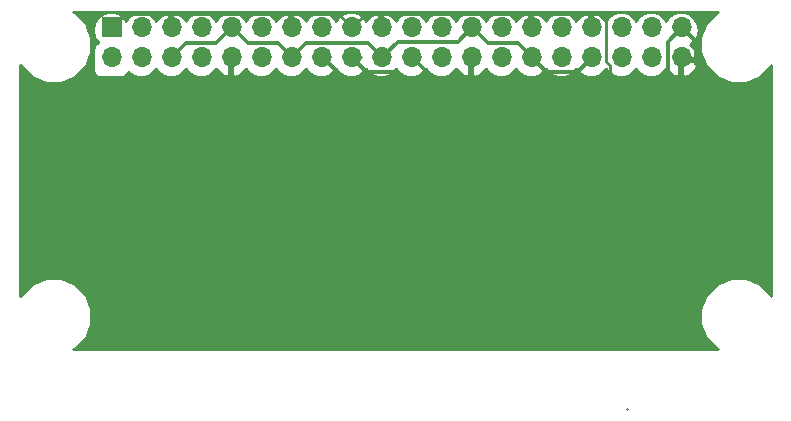
<source format=gbl>
G04 #@! TF.GenerationSoftware,KiCad,Pcbnew,(5.1.10-1-10_14)*
G04 #@! TF.CreationDate,2021-06-13T21:08:41+02:00*
G04 #@! TF.ProjectId,led_status_pcb_design,6c65645f-7374-4617-9475-735f7063625f,1.0*
G04 #@! TF.SameCoordinates,Original*
G04 #@! TF.FileFunction,Copper,L2,Bot*
G04 #@! TF.FilePolarity,Positive*
%FSLAX46Y46*%
G04 Gerber Fmt 4.6, Leading zero omitted, Abs format (unit mm)*
G04 Created by KiCad (PCBNEW (5.1.10-1-10_14)) date 2021-06-13 21:08:41*
%MOMM*%
%LPD*%
G01*
G04 APERTURE LIST*
G04 #@! TA.AperFunction,ComponentPad*
%ADD10R,1.700000X1.700000*%
G04 #@! TD*
G04 #@! TA.AperFunction,ComponentPad*
%ADD11C,1.700000*%
G04 #@! TD*
G04 #@! TA.AperFunction,ComponentPad*
%ADD12C,1.800000*%
G04 #@! TD*
G04 #@! TA.AperFunction,ComponentPad*
%ADD13R,1.800000X1.800000*%
G04 #@! TD*
G04 #@! TA.AperFunction,ComponentPad*
%ADD14O,1.700000X1.700000*%
G04 #@! TD*
G04 #@! TA.AperFunction,ComponentPad*
%ADD15C,1.600000*%
G04 #@! TD*
G04 #@! TA.AperFunction,ComponentPad*
%ADD16R,1.600000X1.600000*%
G04 #@! TD*
G04 #@! TA.AperFunction,ComponentPad*
%ADD17O,1.000000X1.500000*%
G04 #@! TD*
G04 #@! TA.AperFunction,ComponentPad*
%ADD18R,1.000000X1.500000*%
G04 #@! TD*
G04 #@! TA.AperFunction,ComponentPad*
%ADD19O,1.600000X1.600000*%
G04 #@! TD*
G04 #@! TA.AperFunction,Conductor*
%ADD20C,0.250000*%
G04 #@! TD*
G04 #@! TA.AperFunction,Conductor*
%ADD21C,0.300000*%
G04 #@! TD*
G04 #@! TA.AperFunction,Conductor*
%ADD22C,0.500000*%
G04 #@! TD*
G04 #@! TA.AperFunction,Conductor*
%ADD23C,0.254000*%
G04 #@! TD*
G04 #@! TA.AperFunction,Conductor*
%ADD24C,0.100000*%
G04 #@! TD*
G04 APERTURE END LIST*
D10*
X168778920Y-115939560D03*
D11*
X171318920Y-113399560D03*
X173858920Y-115939560D03*
D12*
X138812000Y-109808000D03*
D13*
X136272000Y-109808000D03*
D10*
X126002780Y-93107500D03*
D14*
X126002780Y-95647500D03*
X128542780Y-93107500D03*
X128542780Y-95647500D03*
X131082780Y-93107500D03*
X131082780Y-95647500D03*
X133622780Y-93107500D03*
X133622780Y-95647500D03*
X136162780Y-93107500D03*
X136162780Y-95647500D03*
X138702780Y-93107500D03*
X138702780Y-95647500D03*
X141242780Y-93107500D03*
X141242780Y-95647500D03*
X143782780Y-93107500D03*
X143782780Y-95647500D03*
X146322780Y-93107500D03*
X146322780Y-95647500D03*
X148862780Y-93107500D03*
X148862780Y-95647500D03*
X151402780Y-93107500D03*
X151402780Y-95647500D03*
X153942780Y-93107500D03*
X153942780Y-95647500D03*
X156482780Y-93107500D03*
X156482780Y-95647500D03*
X159022780Y-93107500D03*
X159022780Y-95647500D03*
X161562780Y-93107500D03*
X161562780Y-95647500D03*
X164102780Y-93107500D03*
X164102780Y-95647500D03*
X166642780Y-93107500D03*
X166642780Y-95647500D03*
X169182780Y-93107500D03*
X169182780Y-95647500D03*
X171722780Y-93107500D03*
X171722780Y-95647500D03*
X174262780Y-93107500D03*
X174262780Y-95647500D03*
D15*
X119652000Y-101478000D03*
D16*
X122302000Y-104728000D03*
D12*
X119586740Y-109774980D03*
D13*
X122126740Y-109774980D03*
X126112000Y-109808000D03*
D12*
X128652000Y-109808000D03*
D13*
X131192000Y-109808000D03*
D12*
X133732000Y-109808000D03*
D13*
X141352000Y-109808000D03*
D12*
X143892000Y-109808000D03*
D13*
X146432000Y-109808000D03*
D12*
X148972000Y-109808000D03*
X154052000Y-109808000D03*
D13*
X151512000Y-109808000D03*
D12*
X159132000Y-109808000D03*
D13*
X156592000Y-109808000D03*
D12*
X164212000Y-109808000D03*
D13*
X161672000Y-109808000D03*
X166752000Y-109808000D03*
D12*
X169292000Y-109808000D03*
D17*
X175642000Y-111078000D03*
X176912000Y-111078000D03*
D18*
X174372000Y-111078000D03*
D19*
X126457440Y-106767620D03*
D15*
X126457440Y-99147620D03*
X130089640Y-99198420D03*
D19*
X130089640Y-106818420D03*
D15*
X133673580Y-99147620D03*
D19*
X133673580Y-106767620D03*
X137315940Y-106127540D03*
D15*
X137315940Y-98507540D03*
X141270720Y-98507540D03*
D19*
X141270720Y-106127540D03*
X145019760Y-106127540D03*
D15*
X145019760Y-98507540D03*
X148319220Y-99056180D03*
D19*
X148319220Y-106676180D03*
X152141920Y-106564420D03*
D15*
X152141920Y-98944420D03*
X156129720Y-99043480D03*
D19*
X156129720Y-106663480D03*
X159914320Y-106612680D03*
D15*
X159914320Y-98992680D03*
X164031660Y-98647240D03*
D19*
X164031660Y-106267240D03*
X168126140Y-106196120D03*
D15*
X168126140Y-98576120D03*
X171875180Y-98576120D03*
D19*
X171875180Y-106196120D03*
X175481980Y-106267240D03*
D15*
X175481980Y-98647240D03*
X179159900Y-99061260D03*
D19*
X179159900Y-106681260D03*
D20*
X169589180Y-125406140D02*
X169589180Y-125456940D01*
X164031660Y-106267240D02*
X165736000Y-106267240D01*
X165736000Y-106267240D02*
X166056040Y-105947200D01*
X166056040Y-100646220D02*
X168126140Y-98576120D01*
X166056040Y-105947200D02*
X166056040Y-100646220D01*
X167817781Y-96021503D02*
X167817781Y-92543499D01*
X168126140Y-96329862D02*
X167817781Y-96021503D01*
X168126140Y-98576120D02*
X168126140Y-96329862D01*
X167206781Y-91932499D02*
X147497781Y-91932499D01*
X167817781Y-92543499D02*
X167206781Y-91932499D01*
X147497781Y-91932499D02*
X146322780Y-93107500D01*
X146322780Y-93107500D02*
X145147779Y-91932499D01*
X145147779Y-91932499D02*
X127177781Y-91932499D01*
X127177781Y-91932499D02*
X126002780Y-93107500D01*
X129966999Y-111033001D02*
X131192000Y-109808000D01*
X127337001Y-111033001D02*
X129966999Y-111033001D01*
X126112000Y-109808000D02*
X127337001Y-111033001D01*
X135046999Y-111033001D02*
X136272000Y-109808000D01*
X132417001Y-111033001D02*
X135046999Y-111033001D01*
X131192000Y-109808000D02*
X132417001Y-111033001D01*
X137497001Y-111033001D02*
X140126999Y-111033001D01*
X140126999Y-111033001D02*
X141352000Y-109808000D01*
X136272000Y-109808000D02*
X137497001Y-111033001D01*
X145206999Y-111033001D02*
X146432000Y-109808000D01*
X142577001Y-111033001D02*
X145206999Y-111033001D01*
X141352000Y-109808000D02*
X142577001Y-111033001D01*
X150286999Y-111033001D02*
X151512000Y-109808000D01*
X147657001Y-111033001D02*
X150286999Y-111033001D01*
X146432000Y-109808000D02*
X147657001Y-111033001D01*
X155366999Y-111033001D02*
X156592000Y-109808000D01*
X152737001Y-111033001D02*
X155366999Y-111033001D01*
X151512000Y-109808000D02*
X152737001Y-111033001D01*
X157817001Y-111033001D02*
X160446999Y-111033001D01*
X160446999Y-111033001D02*
X161672000Y-109808000D01*
X156592000Y-109808000D02*
X157817001Y-111033001D01*
X165526999Y-111033001D02*
X166752000Y-109808000D01*
X162897001Y-111033001D02*
X165526999Y-111033001D01*
X161672000Y-109808000D02*
X162897001Y-111033001D01*
X177737010Y-110486270D02*
X177737010Y-113261992D01*
X174609751Y-107359011D02*
X177737010Y-110486270D01*
X169289031Y-107359011D02*
X174609751Y-107359011D01*
X168126140Y-106196120D02*
X169289031Y-107359011D01*
D21*
X134822781Y-94447499D02*
X136162780Y-93107500D01*
X132282781Y-94447499D02*
X134822781Y-94447499D01*
X131082780Y-95647500D02*
X132282781Y-94447499D01*
X140042779Y-94447499D02*
X141242780Y-95647500D01*
X137502779Y-94447499D02*
X140042779Y-94447499D01*
X136162780Y-93107500D02*
X137502779Y-94447499D01*
X147662779Y-94447499D02*
X148862780Y-95647500D01*
X142442781Y-94447499D02*
X147662779Y-94447499D01*
X141242780Y-95647500D02*
X142442781Y-94447499D01*
X155282779Y-94307501D02*
X156482780Y-93107500D01*
X150202779Y-94307501D02*
X155282779Y-94307501D01*
X148862780Y-95647500D02*
X150202779Y-94307501D01*
X160362779Y-94447499D02*
X161562780Y-95647500D01*
X157822779Y-94447499D02*
X160362779Y-94447499D01*
X156482780Y-93107500D02*
X157822779Y-94447499D01*
X165442779Y-96847501D02*
X166642780Y-95647500D01*
X162762781Y-96847501D02*
X165442779Y-96847501D01*
X161562780Y-95647500D02*
X162762781Y-96847501D01*
X173062779Y-94307501D02*
X174262780Y-93107500D01*
X177762010Y-102830851D02*
X173062779Y-98131620D01*
X177762010Y-111680085D02*
X177762010Y-102830851D01*
X177264085Y-112178010D02*
X177762010Y-111680085D01*
X173592008Y-112178010D02*
X177264085Y-112178010D01*
X163711683Y-108284030D02*
X169698028Y-108284030D01*
X173062779Y-98131620D02*
X173062779Y-94307501D01*
X162431649Y-107003996D02*
X163711683Y-108284030D01*
X162431649Y-98545249D02*
X162431649Y-107003996D01*
X169698028Y-108284030D02*
X173592008Y-112178010D01*
X163479659Y-97497239D02*
X162431649Y-98545249D01*
X164793041Y-97497239D02*
X163479659Y-97497239D01*
X166642780Y-95647500D02*
X164793041Y-97497239D01*
X175781999Y-96503779D02*
X178009899Y-98731679D01*
X175781999Y-94626719D02*
X175781999Y-96503779D01*
X178009899Y-98731679D02*
X178009899Y-113026103D01*
X174262780Y-93107500D02*
X175781999Y-94626719D01*
X169106580Y-115868440D02*
X169106580Y-116335800D01*
X175462781Y-94307501D02*
X174262780Y-93107500D01*
X175462781Y-96209961D02*
X175462781Y-94307501D01*
X177762010Y-98509190D02*
X175462781Y-96209961D01*
X177762010Y-114027988D02*
X177762010Y-98509190D01*
X166752000Y-113513860D02*
X169106580Y-115868440D01*
X166752000Y-109808000D02*
X166752000Y-113513860D01*
X175781999Y-116007999D02*
X177762010Y-114027988D01*
X175781999Y-119128001D02*
X175781999Y-116007999D01*
X160832001Y-119128001D02*
X175781999Y-119128001D01*
X151512000Y-109808000D02*
X160832001Y-119128001D01*
X122178422Y-110026440D02*
X122868420Y-110026440D01*
D22*
X122326422Y-110026440D02*
X122868420Y-110026440D01*
X125893560Y-110026440D02*
X126112000Y-109808000D01*
D21*
X120836741Y-108484981D02*
X122126740Y-109774980D01*
X120836741Y-102662741D02*
X120836741Y-108484981D01*
X119652000Y-101478000D02*
X120836741Y-102662741D01*
X126078980Y-109774980D02*
X126112000Y-109808000D01*
X122126740Y-109774980D02*
X126078980Y-109774980D01*
X147270402Y-99056180D02*
X148319220Y-99056180D01*
X143861722Y-95647500D02*
X147270402Y-99056180D01*
X143782780Y-95647500D02*
X143861722Y-95647500D01*
D20*
X146322780Y-95647500D02*
X147123778Y-95647500D01*
D21*
X150045001Y-96847501D02*
X152141920Y-98944420D01*
X147522781Y-96847501D02*
X150045001Y-96847501D01*
X146322780Y-95647500D02*
X147522781Y-96847501D01*
D20*
X151402780Y-95647500D02*
X154242500Y-98487220D01*
D21*
X155573460Y-98487220D02*
X156129720Y-99043480D01*
X154242500Y-98487220D02*
X155573460Y-98487220D01*
D20*
X133706600Y-109782600D02*
X133732000Y-109808000D01*
X148700220Y-109808000D02*
X148972000Y-109808000D01*
X176467010Y-110486270D02*
X173789760Y-107809020D01*
X176878980Y-111078000D02*
X176467010Y-110666030D01*
X176467010Y-110666030D02*
X176467010Y-110486270D01*
X176912000Y-111078000D02*
X176878980Y-111078000D01*
X162906659Y-99772241D02*
X164031660Y-98647240D01*
X162906659Y-106807241D02*
X162906659Y-99772241D01*
X163908438Y-107809020D02*
X162906659Y-106807241D01*
X173789760Y-107809020D02*
X163908438Y-107809020D01*
D23*
X177204051Y-91832281D02*
X176296281Y-92740051D01*
X175805000Y-93926110D01*
X175805000Y-95209890D01*
X176296281Y-96395949D01*
X177204051Y-97303719D01*
X178390110Y-97795000D01*
X179673890Y-97795000D01*
X180859949Y-97303719D01*
X181767719Y-96395949D01*
X181822000Y-96264903D01*
X181822001Y-115871099D01*
X181767719Y-115740051D01*
X180859949Y-114832281D01*
X179673890Y-114341000D01*
X178390110Y-114341000D01*
X177204051Y-114832281D01*
X176296281Y-115740051D01*
X175805000Y-116926110D01*
X175805000Y-118209890D01*
X176296281Y-119395949D01*
X177204051Y-120303719D01*
X177335097Y-120358000D01*
X122728903Y-120358000D01*
X122859949Y-120303719D01*
X123767719Y-119395949D01*
X124259000Y-118209890D01*
X124259000Y-116926110D01*
X123767719Y-115740051D01*
X122859949Y-114832281D01*
X121673890Y-114341000D01*
X120390110Y-114341000D01*
X119204051Y-114832281D01*
X118296281Y-115740051D01*
X118242000Y-115871097D01*
X118242000Y-96264903D01*
X118296281Y-96395949D01*
X119204051Y-97303719D01*
X120390110Y-97795000D01*
X121673890Y-97795000D01*
X122859949Y-97303719D01*
X123767719Y-96395949D01*
X124259000Y-95209890D01*
X124259000Y-93926110D01*
X123998829Y-93298000D01*
X124387908Y-93298000D01*
X124503161Y-93877418D01*
X124831375Y-94368625D01*
X124849619Y-94380816D01*
X124804235Y-94389843D01*
X124594191Y-94530191D01*
X124453843Y-94740235D01*
X124404560Y-94988000D01*
X124404560Y-96688000D01*
X124453843Y-96935765D01*
X124594191Y-97145809D01*
X124804235Y-97286157D01*
X125052000Y-97335440D01*
X126752000Y-97335440D01*
X126999765Y-97286157D01*
X127209809Y-97145809D01*
X127350157Y-96935765D01*
X127359184Y-96890381D01*
X127371375Y-96908625D01*
X127862582Y-97236839D01*
X128295744Y-97323000D01*
X128588256Y-97323000D01*
X129021418Y-97236839D01*
X129512625Y-96908625D01*
X129712000Y-96610239D01*
X129911375Y-96908625D01*
X130402582Y-97236839D01*
X130835744Y-97323000D01*
X131128256Y-97323000D01*
X131561418Y-97236839D01*
X132052625Y-96908625D01*
X132252000Y-96610239D01*
X132451375Y-96908625D01*
X132942582Y-97236839D01*
X133375744Y-97323000D01*
X133668256Y-97323000D01*
X134101418Y-97236839D01*
X134592625Y-96908625D01*
X134805843Y-96589522D01*
X134866817Y-96719358D01*
X135295076Y-97109645D01*
X135705110Y-97279476D01*
X135935000Y-97158155D01*
X135935000Y-95965000D01*
X135915000Y-95965000D01*
X135915000Y-95711000D01*
X135935000Y-95711000D01*
X135935000Y-95691000D01*
X136189000Y-95691000D01*
X136189000Y-95711000D01*
X136209000Y-95711000D01*
X136209000Y-95965000D01*
X136189000Y-95965000D01*
X136189000Y-97158155D01*
X136418890Y-97279476D01*
X136828924Y-97109645D01*
X137257183Y-96719358D01*
X137318157Y-96589522D01*
X137531375Y-96908625D01*
X138022582Y-97236839D01*
X138455744Y-97323000D01*
X138748256Y-97323000D01*
X139181418Y-97236839D01*
X139672625Y-96908625D01*
X139872000Y-96610239D01*
X140071375Y-96908625D01*
X140562582Y-97236839D01*
X140995744Y-97323000D01*
X141288256Y-97323000D01*
X141721418Y-97236839D01*
X142212625Y-96908625D01*
X142412000Y-96610239D01*
X142611375Y-96908625D01*
X143102582Y-97236839D01*
X143535744Y-97323000D01*
X143828256Y-97323000D01*
X144261418Y-97236839D01*
X144752625Y-96908625D01*
X144952000Y-96610239D01*
X145151375Y-96908625D01*
X145642582Y-97236839D01*
X146075744Y-97323000D01*
X146368256Y-97323000D01*
X146801418Y-97236839D01*
X147292625Y-96908625D01*
X147492000Y-96610239D01*
X147691375Y-96908625D01*
X148182582Y-97236839D01*
X148615744Y-97323000D01*
X148908256Y-97323000D01*
X149341418Y-97236839D01*
X149832625Y-96908625D01*
X150032000Y-96610239D01*
X150231375Y-96908625D01*
X150722582Y-97236839D01*
X151155744Y-97323000D01*
X151448256Y-97323000D01*
X151881418Y-97236839D01*
X152372625Y-96908625D01*
X152572000Y-96610239D01*
X152771375Y-96908625D01*
X153262582Y-97236839D01*
X153695744Y-97323000D01*
X153988256Y-97323000D01*
X154421418Y-97236839D01*
X154912625Y-96908625D01*
X155125843Y-96589522D01*
X155186817Y-96719358D01*
X155615076Y-97109645D01*
X156025110Y-97279476D01*
X156255000Y-97158155D01*
X156255000Y-95965000D01*
X156235000Y-95965000D01*
X156235000Y-95711000D01*
X156255000Y-95711000D01*
X156255000Y-95691000D01*
X156509000Y-95691000D01*
X156509000Y-95711000D01*
X156529000Y-95711000D01*
X156529000Y-95965000D01*
X156509000Y-95965000D01*
X156509000Y-97158155D01*
X156738890Y-97279476D01*
X157148924Y-97109645D01*
X157577183Y-96719358D01*
X157638157Y-96589522D01*
X157851375Y-96908625D01*
X158342582Y-97236839D01*
X158775744Y-97323000D01*
X159068256Y-97323000D01*
X159501418Y-97236839D01*
X159992625Y-96908625D01*
X160192000Y-96610239D01*
X160391375Y-96908625D01*
X160882582Y-97236839D01*
X161315744Y-97323000D01*
X161608256Y-97323000D01*
X162041418Y-97236839D01*
X162532625Y-96908625D01*
X162732000Y-96610239D01*
X162931375Y-96908625D01*
X163422582Y-97236839D01*
X163855744Y-97323000D01*
X164148256Y-97323000D01*
X164581418Y-97236839D01*
X165072625Y-96908625D01*
X165272000Y-96610239D01*
X165471375Y-96908625D01*
X165962582Y-97236839D01*
X166395744Y-97323000D01*
X166688256Y-97323000D01*
X167121418Y-97236839D01*
X167612625Y-96908625D01*
X167812000Y-96610239D01*
X168011375Y-96908625D01*
X168502582Y-97236839D01*
X168935744Y-97323000D01*
X169228256Y-97323000D01*
X169661418Y-97236839D01*
X170152625Y-96908625D01*
X170352000Y-96610239D01*
X170551375Y-96908625D01*
X171042582Y-97236839D01*
X171475744Y-97323000D01*
X171768256Y-97323000D01*
X172201418Y-97236839D01*
X172692625Y-96908625D01*
X172905843Y-96589522D01*
X172966817Y-96719358D01*
X173395076Y-97109645D01*
X173805110Y-97279476D01*
X174035000Y-97158155D01*
X174035000Y-95965000D01*
X174289000Y-95965000D01*
X174289000Y-97158155D01*
X174518890Y-97279476D01*
X174928924Y-97109645D01*
X175357183Y-96719358D01*
X175603486Y-96194892D01*
X175482819Y-95965000D01*
X174289000Y-95965000D01*
X174035000Y-95965000D01*
X174015000Y-95965000D01*
X174015000Y-95711000D01*
X174035000Y-95711000D01*
X174035000Y-95691000D01*
X174289000Y-95691000D01*
X174289000Y-95711000D01*
X175482819Y-95711000D01*
X175603486Y-95481108D01*
X175357183Y-94956642D01*
X174932214Y-94569353D01*
X175232625Y-94368625D01*
X175560839Y-93877418D01*
X175676092Y-93298000D01*
X175560839Y-92718582D01*
X175232625Y-92227375D01*
X174741418Y-91899161D01*
X174308256Y-91813000D01*
X174015744Y-91813000D01*
X173582582Y-91899161D01*
X173091375Y-92227375D01*
X172892000Y-92525761D01*
X172692625Y-92227375D01*
X172201418Y-91899161D01*
X171768256Y-91813000D01*
X171475744Y-91813000D01*
X171042582Y-91899161D01*
X170551375Y-92227375D01*
X170352000Y-92525761D01*
X170152625Y-92227375D01*
X169661418Y-91899161D01*
X169228256Y-91813000D01*
X168935744Y-91813000D01*
X168502582Y-91899161D01*
X168011375Y-92227375D01*
X167798157Y-92546478D01*
X167737183Y-92416642D01*
X167308924Y-92026355D01*
X166898890Y-91856524D01*
X166669000Y-91977845D01*
X166669000Y-93171000D01*
X166689000Y-93171000D01*
X166689000Y-93425000D01*
X166669000Y-93425000D01*
X166669000Y-93445000D01*
X166415000Y-93445000D01*
X166415000Y-93425000D01*
X166395000Y-93425000D01*
X166395000Y-93171000D01*
X166415000Y-93171000D01*
X166415000Y-91977845D01*
X166185110Y-91856524D01*
X165775076Y-92026355D01*
X165346817Y-92416642D01*
X165285843Y-92546478D01*
X165072625Y-92227375D01*
X164581418Y-91899161D01*
X164148256Y-91813000D01*
X163855744Y-91813000D01*
X163422582Y-91899161D01*
X162931375Y-92227375D01*
X162718157Y-92546478D01*
X162657183Y-92416642D01*
X162228924Y-92026355D01*
X161818890Y-91856524D01*
X161589000Y-91977845D01*
X161589000Y-93171000D01*
X161609000Y-93171000D01*
X161609000Y-93425000D01*
X161589000Y-93425000D01*
X161589000Y-93445000D01*
X161335000Y-93445000D01*
X161335000Y-93425000D01*
X161315000Y-93425000D01*
X161315000Y-93171000D01*
X161335000Y-93171000D01*
X161335000Y-91977845D01*
X161105110Y-91856524D01*
X160695076Y-92026355D01*
X160266817Y-92416642D01*
X160205843Y-92546478D01*
X159992625Y-92227375D01*
X159501418Y-91899161D01*
X159068256Y-91813000D01*
X158775744Y-91813000D01*
X158342582Y-91899161D01*
X157851375Y-92227375D01*
X157652000Y-92525761D01*
X157452625Y-92227375D01*
X156961418Y-91899161D01*
X156528256Y-91813000D01*
X156235744Y-91813000D01*
X155802582Y-91899161D01*
X155311375Y-92227375D01*
X155112000Y-92525761D01*
X154912625Y-92227375D01*
X154421418Y-91899161D01*
X153988256Y-91813000D01*
X153695744Y-91813000D01*
X153262582Y-91899161D01*
X152771375Y-92227375D01*
X152572000Y-92525761D01*
X152372625Y-92227375D01*
X151881418Y-91899161D01*
X151448256Y-91813000D01*
X151155744Y-91813000D01*
X150722582Y-91899161D01*
X150231375Y-92227375D01*
X150018157Y-92546478D01*
X149957183Y-92416642D01*
X149528924Y-92026355D01*
X149118890Y-91856524D01*
X148889000Y-91977845D01*
X148889000Y-93171000D01*
X148909000Y-93171000D01*
X148909000Y-93425000D01*
X148889000Y-93425000D01*
X148889000Y-93445000D01*
X148635000Y-93445000D01*
X148635000Y-93425000D01*
X148615000Y-93425000D01*
X148615000Y-93171000D01*
X148635000Y-93171000D01*
X148635000Y-91977845D01*
X148405110Y-91856524D01*
X147995076Y-92026355D01*
X147566817Y-92416642D01*
X147505843Y-92546478D01*
X147292625Y-92227375D01*
X146801418Y-91899161D01*
X146368256Y-91813000D01*
X146075744Y-91813000D01*
X145642582Y-91899161D01*
X145151375Y-92227375D01*
X144952000Y-92525761D01*
X144752625Y-92227375D01*
X144261418Y-91899161D01*
X143828256Y-91813000D01*
X143535744Y-91813000D01*
X143102582Y-91899161D01*
X142611375Y-92227375D01*
X142398157Y-92546478D01*
X142337183Y-92416642D01*
X141908924Y-92026355D01*
X141498890Y-91856524D01*
X141269000Y-91977845D01*
X141269000Y-93171000D01*
X141289000Y-93171000D01*
X141289000Y-93425000D01*
X141269000Y-93425000D01*
X141269000Y-93445000D01*
X141015000Y-93445000D01*
X141015000Y-93425000D01*
X140995000Y-93425000D01*
X140995000Y-93171000D01*
X141015000Y-93171000D01*
X141015000Y-91977845D01*
X140785110Y-91856524D01*
X140375076Y-92026355D01*
X139946817Y-92416642D01*
X139885843Y-92546478D01*
X139672625Y-92227375D01*
X139181418Y-91899161D01*
X138748256Y-91813000D01*
X138455744Y-91813000D01*
X138022582Y-91899161D01*
X137531375Y-92227375D01*
X137332000Y-92525761D01*
X137132625Y-92227375D01*
X136641418Y-91899161D01*
X136208256Y-91813000D01*
X135915744Y-91813000D01*
X135482582Y-91899161D01*
X134991375Y-92227375D01*
X134792000Y-92525761D01*
X134592625Y-92227375D01*
X134101418Y-91899161D01*
X133668256Y-91813000D01*
X133375744Y-91813000D01*
X132942582Y-91899161D01*
X132451375Y-92227375D01*
X132238157Y-92546478D01*
X132177183Y-92416642D01*
X131748924Y-92026355D01*
X131338890Y-91856524D01*
X131109000Y-91977845D01*
X131109000Y-93171000D01*
X131129000Y-93171000D01*
X131129000Y-93425000D01*
X131109000Y-93425000D01*
X131109000Y-93445000D01*
X130855000Y-93445000D01*
X130855000Y-93425000D01*
X130835000Y-93425000D01*
X130835000Y-93171000D01*
X130855000Y-93171000D01*
X130855000Y-91977845D01*
X130625110Y-91856524D01*
X130215076Y-92026355D01*
X129786817Y-92416642D01*
X129725843Y-92546478D01*
X129512625Y-92227375D01*
X129021418Y-91899161D01*
X128588256Y-91813000D01*
X128295744Y-91813000D01*
X127862582Y-91899161D01*
X127371375Y-92227375D01*
X127172000Y-92525761D01*
X126972625Y-92227375D01*
X126481418Y-91899161D01*
X126048256Y-91813000D01*
X125755744Y-91813000D01*
X125322582Y-91899161D01*
X124831375Y-92227375D01*
X124503161Y-92718582D01*
X124387908Y-93298000D01*
X123998829Y-93298000D01*
X123767719Y-92740051D01*
X122859949Y-91832281D01*
X122728903Y-91778000D01*
X177335097Y-91778000D01*
X177204051Y-91832281D01*
G04 #@! TA.AperFunction,Conductor*
D24*
G36*
X177204051Y-91832281D02*
G01*
X176296281Y-92740051D01*
X175805000Y-93926110D01*
X175805000Y-95209890D01*
X176296281Y-96395949D01*
X177204051Y-97303719D01*
X178390110Y-97795000D01*
X179673890Y-97795000D01*
X180859949Y-97303719D01*
X181767719Y-96395949D01*
X181822000Y-96264903D01*
X181822001Y-115871099D01*
X181767719Y-115740051D01*
X180859949Y-114832281D01*
X179673890Y-114341000D01*
X178390110Y-114341000D01*
X177204051Y-114832281D01*
X176296281Y-115740051D01*
X175805000Y-116926110D01*
X175805000Y-118209890D01*
X176296281Y-119395949D01*
X177204051Y-120303719D01*
X177335097Y-120358000D01*
X122728903Y-120358000D01*
X122859949Y-120303719D01*
X123767719Y-119395949D01*
X124259000Y-118209890D01*
X124259000Y-116926110D01*
X123767719Y-115740051D01*
X122859949Y-114832281D01*
X121673890Y-114341000D01*
X120390110Y-114341000D01*
X119204051Y-114832281D01*
X118296281Y-115740051D01*
X118242000Y-115871097D01*
X118242000Y-96264903D01*
X118296281Y-96395949D01*
X119204051Y-97303719D01*
X120390110Y-97795000D01*
X121673890Y-97795000D01*
X122859949Y-97303719D01*
X123767719Y-96395949D01*
X124259000Y-95209890D01*
X124259000Y-93926110D01*
X123998829Y-93298000D01*
X124387908Y-93298000D01*
X124503161Y-93877418D01*
X124831375Y-94368625D01*
X124849619Y-94380816D01*
X124804235Y-94389843D01*
X124594191Y-94530191D01*
X124453843Y-94740235D01*
X124404560Y-94988000D01*
X124404560Y-96688000D01*
X124453843Y-96935765D01*
X124594191Y-97145809D01*
X124804235Y-97286157D01*
X125052000Y-97335440D01*
X126752000Y-97335440D01*
X126999765Y-97286157D01*
X127209809Y-97145809D01*
X127350157Y-96935765D01*
X127359184Y-96890381D01*
X127371375Y-96908625D01*
X127862582Y-97236839D01*
X128295744Y-97323000D01*
X128588256Y-97323000D01*
X129021418Y-97236839D01*
X129512625Y-96908625D01*
X129712000Y-96610239D01*
X129911375Y-96908625D01*
X130402582Y-97236839D01*
X130835744Y-97323000D01*
X131128256Y-97323000D01*
X131561418Y-97236839D01*
X132052625Y-96908625D01*
X132252000Y-96610239D01*
X132451375Y-96908625D01*
X132942582Y-97236839D01*
X133375744Y-97323000D01*
X133668256Y-97323000D01*
X134101418Y-97236839D01*
X134592625Y-96908625D01*
X134805843Y-96589522D01*
X134866817Y-96719358D01*
X135295076Y-97109645D01*
X135705110Y-97279476D01*
X135935000Y-97158155D01*
X135935000Y-95965000D01*
X135915000Y-95965000D01*
X135915000Y-95711000D01*
X135935000Y-95711000D01*
X135935000Y-95691000D01*
X136189000Y-95691000D01*
X136189000Y-95711000D01*
X136209000Y-95711000D01*
X136209000Y-95965000D01*
X136189000Y-95965000D01*
X136189000Y-97158155D01*
X136418890Y-97279476D01*
X136828924Y-97109645D01*
X137257183Y-96719358D01*
X137318157Y-96589522D01*
X137531375Y-96908625D01*
X138022582Y-97236839D01*
X138455744Y-97323000D01*
X138748256Y-97323000D01*
X139181418Y-97236839D01*
X139672625Y-96908625D01*
X139872000Y-96610239D01*
X140071375Y-96908625D01*
X140562582Y-97236839D01*
X140995744Y-97323000D01*
X141288256Y-97323000D01*
X141721418Y-97236839D01*
X142212625Y-96908625D01*
X142412000Y-96610239D01*
X142611375Y-96908625D01*
X143102582Y-97236839D01*
X143535744Y-97323000D01*
X143828256Y-97323000D01*
X144261418Y-97236839D01*
X144752625Y-96908625D01*
X144952000Y-96610239D01*
X145151375Y-96908625D01*
X145642582Y-97236839D01*
X146075744Y-97323000D01*
X146368256Y-97323000D01*
X146801418Y-97236839D01*
X147292625Y-96908625D01*
X147492000Y-96610239D01*
X147691375Y-96908625D01*
X148182582Y-97236839D01*
X148615744Y-97323000D01*
X148908256Y-97323000D01*
X149341418Y-97236839D01*
X149832625Y-96908625D01*
X150032000Y-96610239D01*
X150231375Y-96908625D01*
X150722582Y-97236839D01*
X151155744Y-97323000D01*
X151448256Y-97323000D01*
X151881418Y-97236839D01*
X152372625Y-96908625D01*
X152572000Y-96610239D01*
X152771375Y-96908625D01*
X153262582Y-97236839D01*
X153695744Y-97323000D01*
X153988256Y-97323000D01*
X154421418Y-97236839D01*
X154912625Y-96908625D01*
X155125843Y-96589522D01*
X155186817Y-96719358D01*
X155615076Y-97109645D01*
X156025110Y-97279476D01*
X156255000Y-97158155D01*
X156255000Y-95965000D01*
X156235000Y-95965000D01*
X156235000Y-95711000D01*
X156255000Y-95711000D01*
X156255000Y-95691000D01*
X156509000Y-95691000D01*
X156509000Y-95711000D01*
X156529000Y-95711000D01*
X156529000Y-95965000D01*
X156509000Y-95965000D01*
X156509000Y-97158155D01*
X156738890Y-97279476D01*
X157148924Y-97109645D01*
X157577183Y-96719358D01*
X157638157Y-96589522D01*
X157851375Y-96908625D01*
X158342582Y-97236839D01*
X158775744Y-97323000D01*
X159068256Y-97323000D01*
X159501418Y-97236839D01*
X159992625Y-96908625D01*
X160192000Y-96610239D01*
X160391375Y-96908625D01*
X160882582Y-97236839D01*
X161315744Y-97323000D01*
X161608256Y-97323000D01*
X162041418Y-97236839D01*
X162532625Y-96908625D01*
X162732000Y-96610239D01*
X162931375Y-96908625D01*
X163422582Y-97236839D01*
X163855744Y-97323000D01*
X164148256Y-97323000D01*
X164581418Y-97236839D01*
X165072625Y-96908625D01*
X165272000Y-96610239D01*
X165471375Y-96908625D01*
X165962582Y-97236839D01*
X166395744Y-97323000D01*
X166688256Y-97323000D01*
X167121418Y-97236839D01*
X167612625Y-96908625D01*
X167812000Y-96610239D01*
X168011375Y-96908625D01*
X168502582Y-97236839D01*
X168935744Y-97323000D01*
X169228256Y-97323000D01*
X169661418Y-97236839D01*
X170152625Y-96908625D01*
X170352000Y-96610239D01*
X170551375Y-96908625D01*
X171042582Y-97236839D01*
X171475744Y-97323000D01*
X171768256Y-97323000D01*
X172201418Y-97236839D01*
X172692625Y-96908625D01*
X172905843Y-96589522D01*
X172966817Y-96719358D01*
X173395076Y-97109645D01*
X173805110Y-97279476D01*
X174035000Y-97158155D01*
X174035000Y-95965000D01*
X174289000Y-95965000D01*
X174289000Y-97158155D01*
X174518890Y-97279476D01*
X174928924Y-97109645D01*
X175357183Y-96719358D01*
X175603486Y-96194892D01*
X175482819Y-95965000D01*
X174289000Y-95965000D01*
X174035000Y-95965000D01*
X174015000Y-95965000D01*
X174015000Y-95711000D01*
X174035000Y-95711000D01*
X174035000Y-95691000D01*
X174289000Y-95691000D01*
X174289000Y-95711000D01*
X175482819Y-95711000D01*
X175603486Y-95481108D01*
X175357183Y-94956642D01*
X174932214Y-94569353D01*
X175232625Y-94368625D01*
X175560839Y-93877418D01*
X175676092Y-93298000D01*
X175560839Y-92718582D01*
X175232625Y-92227375D01*
X174741418Y-91899161D01*
X174308256Y-91813000D01*
X174015744Y-91813000D01*
X173582582Y-91899161D01*
X173091375Y-92227375D01*
X172892000Y-92525761D01*
X172692625Y-92227375D01*
X172201418Y-91899161D01*
X171768256Y-91813000D01*
X171475744Y-91813000D01*
X171042582Y-91899161D01*
X170551375Y-92227375D01*
X170352000Y-92525761D01*
X170152625Y-92227375D01*
X169661418Y-91899161D01*
X169228256Y-91813000D01*
X168935744Y-91813000D01*
X168502582Y-91899161D01*
X168011375Y-92227375D01*
X167798157Y-92546478D01*
X167737183Y-92416642D01*
X167308924Y-92026355D01*
X166898890Y-91856524D01*
X166669000Y-91977845D01*
X166669000Y-93171000D01*
X166689000Y-93171000D01*
X166689000Y-93425000D01*
X166669000Y-93425000D01*
X166669000Y-93445000D01*
X166415000Y-93445000D01*
X166415000Y-93425000D01*
X166395000Y-93425000D01*
X166395000Y-93171000D01*
X166415000Y-93171000D01*
X166415000Y-91977845D01*
X166185110Y-91856524D01*
X165775076Y-92026355D01*
X165346817Y-92416642D01*
X165285843Y-92546478D01*
X165072625Y-92227375D01*
X164581418Y-91899161D01*
X164148256Y-91813000D01*
X163855744Y-91813000D01*
X163422582Y-91899161D01*
X162931375Y-92227375D01*
X162718157Y-92546478D01*
X162657183Y-92416642D01*
X162228924Y-92026355D01*
X161818890Y-91856524D01*
X161589000Y-91977845D01*
X161589000Y-93171000D01*
X161609000Y-93171000D01*
X161609000Y-93425000D01*
X161589000Y-93425000D01*
X161589000Y-93445000D01*
X161335000Y-93445000D01*
X161335000Y-93425000D01*
X161315000Y-93425000D01*
X161315000Y-93171000D01*
X161335000Y-93171000D01*
X161335000Y-91977845D01*
X161105110Y-91856524D01*
X160695076Y-92026355D01*
X160266817Y-92416642D01*
X160205843Y-92546478D01*
X159992625Y-92227375D01*
X159501418Y-91899161D01*
X159068256Y-91813000D01*
X158775744Y-91813000D01*
X158342582Y-91899161D01*
X157851375Y-92227375D01*
X157652000Y-92525761D01*
X157452625Y-92227375D01*
X156961418Y-91899161D01*
X156528256Y-91813000D01*
X156235744Y-91813000D01*
X155802582Y-91899161D01*
X155311375Y-92227375D01*
X155112000Y-92525761D01*
X154912625Y-92227375D01*
X154421418Y-91899161D01*
X153988256Y-91813000D01*
X153695744Y-91813000D01*
X153262582Y-91899161D01*
X152771375Y-92227375D01*
X152572000Y-92525761D01*
X152372625Y-92227375D01*
X151881418Y-91899161D01*
X151448256Y-91813000D01*
X151155744Y-91813000D01*
X150722582Y-91899161D01*
X150231375Y-92227375D01*
X150018157Y-92546478D01*
X149957183Y-92416642D01*
X149528924Y-92026355D01*
X149118890Y-91856524D01*
X148889000Y-91977845D01*
X148889000Y-93171000D01*
X148909000Y-93171000D01*
X148909000Y-93425000D01*
X148889000Y-93425000D01*
X148889000Y-93445000D01*
X148635000Y-93445000D01*
X148635000Y-93425000D01*
X148615000Y-93425000D01*
X148615000Y-93171000D01*
X148635000Y-93171000D01*
X148635000Y-91977845D01*
X148405110Y-91856524D01*
X147995076Y-92026355D01*
X147566817Y-92416642D01*
X147505843Y-92546478D01*
X147292625Y-92227375D01*
X146801418Y-91899161D01*
X146368256Y-91813000D01*
X146075744Y-91813000D01*
X145642582Y-91899161D01*
X145151375Y-92227375D01*
X144952000Y-92525761D01*
X144752625Y-92227375D01*
X144261418Y-91899161D01*
X143828256Y-91813000D01*
X143535744Y-91813000D01*
X143102582Y-91899161D01*
X142611375Y-92227375D01*
X142398157Y-92546478D01*
X142337183Y-92416642D01*
X141908924Y-92026355D01*
X141498890Y-91856524D01*
X141269000Y-91977845D01*
X141269000Y-93171000D01*
X141289000Y-93171000D01*
X141289000Y-93425000D01*
X141269000Y-93425000D01*
X141269000Y-93445000D01*
X141015000Y-93445000D01*
X141015000Y-93425000D01*
X140995000Y-93425000D01*
X140995000Y-93171000D01*
X141015000Y-93171000D01*
X141015000Y-91977845D01*
X140785110Y-91856524D01*
X140375076Y-92026355D01*
X139946817Y-92416642D01*
X139885843Y-92546478D01*
X139672625Y-92227375D01*
X139181418Y-91899161D01*
X138748256Y-91813000D01*
X138455744Y-91813000D01*
X138022582Y-91899161D01*
X137531375Y-92227375D01*
X137332000Y-92525761D01*
X137132625Y-92227375D01*
X136641418Y-91899161D01*
X136208256Y-91813000D01*
X135915744Y-91813000D01*
X135482582Y-91899161D01*
X134991375Y-92227375D01*
X134792000Y-92525761D01*
X134592625Y-92227375D01*
X134101418Y-91899161D01*
X133668256Y-91813000D01*
X133375744Y-91813000D01*
X132942582Y-91899161D01*
X132451375Y-92227375D01*
X132238157Y-92546478D01*
X132177183Y-92416642D01*
X131748924Y-92026355D01*
X131338890Y-91856524D01*
X131109000Y-91977845D01*
X131109000Y-93171000D01*
X131129000Y-93171000D01*
X131129000Y-93425000D01*
X131109000Y-93425000D01*
X131109000Y-93445000D01*
X130855000Y-93445000D01*
X130855000Y-93425000D01*
X130835000Y-93425000D01*
X130835000Y-93171000D01*
X130855000Y-93171000D01*
X130855000Y-91977845D01*
X130625110Y-91856524D01*
X130215076Y-92026355D01*
X129786817Y-92416642D01*
X129725843Y-92546478D01*
X129512625Y-92227375D01*
X129021418Y-91899161D01*
X128588256Y-91813000D01*
X128295744Y-91813000D01*
X127862582Y-91899161D01*
X127371375Y-92227375D01*
X127172000Y-92525761D01*
X126972625Y-92227375D01*
X126481418Y-91899161D01*
X126048256Y-91813000D01*
X125755744Y-91813000D01*
X125322582Y-91899161D01*
X124831375Y-92227375D01*
X124503161Y-92718582D01*
X124387908Y-93298000D01*
X123998829Y-93298000D01*
X123767719Y-92740051D01*
X122859949Y-91832281D01*
X122728903Y-91778000D01*
X177335097Y-91778000D01*
X177204051Y-91832281D01*
G37*
G04 #@! TD.AperFunction*
M02*

</source>
